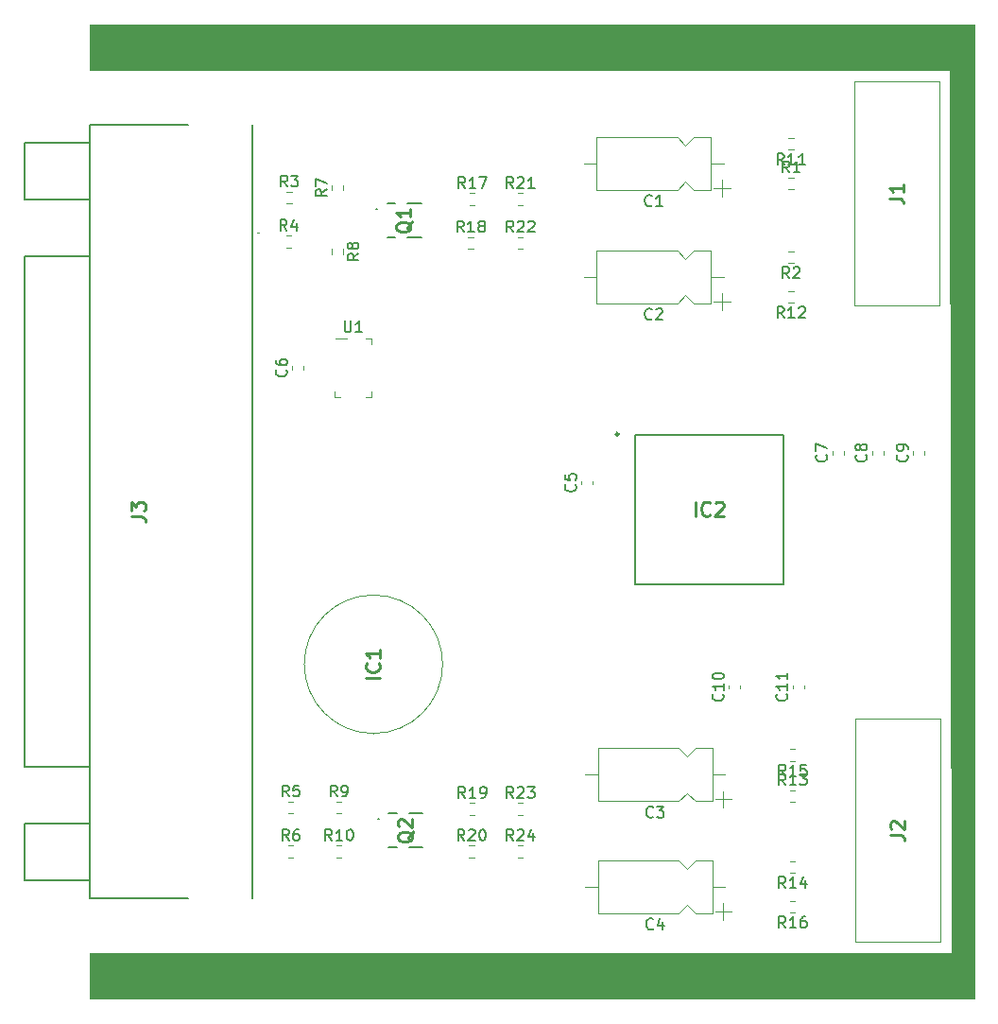
<source format=gbr>
%TF.GenerationSoftware,KiCad,Pcbnew,(5.1.10)-1*%
%TF.CreationDate,2021-11-30T13:01:00-06:00*%
%TF.ProjectId,Charges_KiCAD_Project,43686172-6765-4735-9f4b-694341445f50,rev?*%
%TF.SameCoordinates,Original*%
%TF.FileFunction,Legend,Top*%
%TF.FilePolarity,Positive*%
%FSLAX46Y46*%
G04 Gerber Fmt 4.6, Leading zero omitted, Abs format (unit mm)*
G04 Created by KiCad (PCBNEW (5.1.10)-1) date 2021-11-30 13:01:00*
%MOMM*%
%LPD*%
G01*
G04 APERTURE LIST*
%ADD10C,0.100000*%
%ADD11C,0.120000*%
%ADD12C,0.200000*%
%ADD13C,0.250000*%
%ADD14C,0.150000*%
%ADD15C,0.254000*%
G04 APERTURE END LIST*
D10*
G36*
X176149000Y-56515000D02*
G01*
X96901000Y-56515000D01*
X96901000Y-52451000D01*
X176149000Y-52451000D01*
X176149000Y-56515000D01*
G37*
X176149000Y-56515000D02*
X96901000Y-56515000D01*
X96901000Y-52451000D01*
X176149000Y-52451000D01*
X176149000Y-56515000D01*
G36*
X176149000Y-139700000D02*
G01*
X174117000Y-139700000D01*
X173990000Y-56515000D01*
X176149000Y-56515000D01*
X176149000Y-139700000D01*
G37*
X176149000Y-139700000D02*
X174117000Y-139700000D01*
X173990000Y-56515000D01*
X176149000Y-56515000D01*
X176149000Y-139700000D01*
G36*
X176149000Y-139700000D02*
G01*
X96901000Y-139700000D01*
X96901000Y-135636000D01*
X176149000Y-135636000D01*
X176149000Y-139700000D01*
G37*
X176149000Y-139700000D02*
X96901000Y-139700000D01*
X96901000Y-135636000D01*
X176149000Y-135636000D01*
X176149000Y-139700000D01*
D11*
X176149000Y-135636000D02*
X176149000Y-139700000D01*
X151765000Y-135636000D02*
X176149000Y-135636000D01*
X176149000Y-139700000D02*
X176149000Y-137668000D01*
X96901000Y-139700000D02*
X176149000Y-139700000D01*
%TO.C,U1*%
X118973000Y-80585000D02*
X119923000Y-80585000D01*
X118873000Y-85785000D02*
X118873000Y-85285000D01*
X119373000Y-85785000D02*
X118873000Y-85785000D01*
X122173000Y-85785000D02*
X121673000Y-85785000D01*
X122173000Y-85285000D02*
X122173000Y-85785000D01*
X122173000Y-80585000D02*
X122173000Y-81085000D01*
X121673000Y-80585000D02*
X122173000Y-80585000D01*
%TO.C,R24*%
X135271742Y-127014500D02*
X135746258Y-127014500D01*
X135271742Y-125969500D02*
X135746258Y-125969500D01*
%TO.C,R23*%
X135271742Y-123204500D02*
X135746258Y-123204500D01*
X135271742Y-122159500D02*
X135746258Y-122159500D01*
%TO.C,R22*%
X135271742Y-72531500D02*
X135746258Y-72531500D01*
X135271742Y-71486500D02*
X135746258Y-71486500D01*
%TO.C,R21*%
X135271742Y-68594500D02*
X135746258Y-68594500D01*
X135271742Y-67549500D02*
X135746258Y-67549500D01*
%TO.C,R20*%
X130890742Y-127014500D02*
X131365258Y-127014500D01*
X130890742Y-125969500D02*
X131365258Y-125969500D01*
%TO.C,R19*%
X130953742Y-123204500D02*
X131428258Y-123204500D01*
X130953742Y-122159500D02*
X131428258Y-122159500D01*
%TO.C,R18*%
X130826742Y-72531500D02*
X131301258Y-72531500D01*
X130826742Y-71486500D02*
X131301258Y-71486500D01*
%TO.C,R17*%
X130953742Y-68594500D02*
X131428258Y-68594500D01*
X130953742Y-67549500D02*
X131428258Y-67549500D01*
%TO.C,R16*%
X160130258Y-130922500D02*
X159655742Y-130922500D01*
X160130258Y-131967500D02*
X159655742Y-131967500D01*
%TO.C,R15*%
X160130258Y-117333500D02*
X159655742Y-117333500D01*
X160130258Y-118378500D02*
X159655742Y-118378500D01*
%TO.C,R14*%
X160130258Y-127366500D02*
X159655742Y-127366500D01*
X160130258Y-128411500D02*
X159655742Y-128411500D01*
%TO.C,R13*%
X159655742Y-122061500D02*
X160130258Y-122061500D01*
X159655742Y-121016500D02*
X160130258Y-121016500D01*
%TO.C,R12*%
X160003258Y-76312500D02*
X159528742Y-76312500D01*
X160003258Y-77357500D02*
X159528742Y-77357500D01*
%TO.C,R11*%
X160003258Y-62596500D02*
X159528742Y-62596500D01*
X160003258Y-63641500D02*
X159528742Y-63641500D01*
%TO.C,R10*%
X119015742Y-127014500D02*
X119490258Y-127014500D01*
X119015742Y-125969500D02*
X119490258Y-125969500D01*
%TO.C,R9*%
X119015742Y-123077500D02*
X119490258Y-123077500D01*
X119015742Y-122032500D02*
X119490258Y-122032500D01*
%TO.C,R8*%
X118603500Y-72533742D02*
X118603500Y-73008258D01*
X119648500Y-72533742D02*
X119648500Y-73008258D01*
%TO.C,R7*%
X119648500Y-67293258D02*
X119648500Y-66818742D01*
X118603500Y-67293258D02*
X118603500Y-66818742D01*
%TO.C,R6*%
X114697742Y-127014500D02*
X115172258Y-127014500D01*
X114697742Y-125969500D02*
X115172258Y-125969500D01*
%TO.C,R5*%
X114697742Y-123077500D02*
X115172258Y-123077500D01*
X114697742Y-122032500D02*
X115172258Y-122032500D01*
%TO.C,R4*%
X114507742Y-72404500D02*
X114982258Y-72404500D01*
X114507742Y-71359500D02*
X114982258Y-71359500D01*
%TO.C,R3*%
X114570742Y-67422500D02*
X115045258Y-67422500D01*
X114570742Y-68467500D02*
X115045258Y-68467500D01*
%TO.C,R2*%
X160003258Y-72756500D02*
X159528742Y-72756500D01*
X160003258Y-73801500D02*
X159528742Y-73801500D01*
%TO.C,R1*%
X159528742Y-67197500D02*
X160003258Y-67197500D01*
X159528742Y-66152500D02*
X160003258Y-66152500D01*
D12*
%TO.C,Q2*%
X122822000Y-123612000D02*
X122822000Y-123612000D01*
X122722000Y-123612000D02*
X122722000Y-123612000D01*
X122822000Y-123612000D02*
X122822000Y-123612000D01*
X124422000Y-123062000D02*
X123697000Y-123062000D01*
X124422000Y-126112000D02*
X123697000Y-126112000D01*
X126747000Y-126112000D02*
X125522000Y-126112000D01*
X126747000Y-123062000D02*
X125522000Y-123062000D01*
X122722000Y-123612000D02*
G75*
G02*
X122822000Y-123612000I50000J0D01*
G01*
X122822000Y-123612000D02*
G75*
G02*
X122722000Y-123612000I-50000J0D01*
G01*
X122722000Y-123612000D02*
G75*
G02*
X122822000Y-123612000I50000J0D01*
G01*
%TO.C,Q1*%
X122695000Y-69002000D02*
X122695000Y-69002000D01*
X122595000Y-69002000D02*
X122595000Y-69002000D01*
X122695000Y-69002000D02*
X122695000Y-69002000D01*
X124295000Y-68452000D02*
X123570000Y-68452000D01*
X124295000Y-71502000D02*
X123570000Y-71502000D01*
X126620000Y-71502000D02*
X125395000Y-71502000D01*
X126620000Y-68452000D02*
X125395000Y-68452000D01*
X122595000Y-69002000D02*
G75*
G02*
X122695000Y-69002000I50000J0D01*
G01*
X122695000Y-69002000D02*
G75*
G02*
X122595000Y-69002000I-50000J0D01*
G01*
X122595000Y-69002000D02*
G75*
G02*
X122695000Y-69002000I50000J0D01*
G01*
D10*
%TO.C,J3*%
X111955000Y-71120000D02*
X111955000Y-71120000D01*
X112055000Y-71120000D02*
X112055000Y-71120000D01*
D12*
X111515000Y-61390000D02*
X111515000Y-130710000D01*
X96915000Y-61390000D02*
X105715000Y-61390000D01*
X96915000Y-130710000D02*
X96915000Y-61390000D01*
X105715000Y-130710000D02*
X96915000Y-130710000D01*
X91115000Y-129070000D02*
X96915000Y-129070000D01*
X91115000Y-123990000D02*
X91115000Y-129070000D01*
X96915000Y-123990000D02*
X91115000Y-123990000D01*
X91115000Y-118910000D02*
X96915000Y-118910000D01*
X91115000Y-73190000D02*
X91115000Y-118910000D01*
X96915000Y-73190000D02*
X91115000Y-73190000D01*
X91115000Y-68110000D02*
X96915000Y-68110000D01*
X91115000Y-63030000D02*
X91115000Y-68110000D01*
X96915000Y-63030000D02*
X91115000Y-63030000D01*
D10*
X112055000Y-71120000D02*
G75*
G02*
X111955000Y-71120000I-50000J0D01*
G01*
X111955000Y-71120000D02*
G75*
G02*
X112055000Y-71120000I50000J0D01*
G01*
%TO.C,J2*%
X165537000Y-114594000D02*
X173137000Y-114594000D01*
X165537000Y-134594000D02*
X165537000Y-114594000D01*
X173137000Y-134594000D02*
X165537000Y-134594000D01*
X173137000Y-114594000D02*
X173137000Y-134594000D01*
%TO.C,J1*%
X165410000Y-57571000D02*
X173010000Y-57571000D01*
X165410000Y-77571000D02*
X165410000Y-57571000D01*
X173010000Y-77571000D02*
X165410000Y-77571000D01*
X173010000Y-57571000D02*
X173010000Y-77571000D01*
D13*
%TO.C,IC2*%
X144300000Y-89135000D02*
G75*
G03*
X144300000Y-89135000I-125000J0D01*
G01*
D12*
X145750000Y-102535000D02*
X145750000Y-89235000D01*
X159050000Y-102535000D02*
X145750000Y-102535000D01*
X159050000Y-89235000D02*
X159050000Y-102535000D01*
X145750000Y-89235000D02*
X159050000Y-89235000D01*
D10*
%TO.C,IC1*%
X122341000Y-115928000D02*
X122341000Y-115928000D01*
X122341000Y-103528000D02*
X122341000Y-103528000D01*
X122341000Y-103528000D02*
G75*
G02*
X122341000Y-115928000I0J-6200000D01*
G01*
X122341000Y-115928000D02*
G75*
G02*
X122341000Y-103528000I0J6200000D01*
G01*
D11*
%TO.C,C11*%
X160911000Y-111900580D02*
X160911000Y-111619420D01*
X159891000Y-111900580D02*
X159891000Y-111619420D01*
%TO.C,C10*%
X155196000Y-111900580D02*
X155196000Y-111619420D01*
X154176000Y-111900580D02*
X154176000Y-111619420D01*
%TO.C,C9*%
X171706000Y-90958580D02*
X171706000Y-90677420D01*
X170686000Y-90958580D02*
X170686000Y-90677420D01*
%TO.C,C8*%
X168023000Y-90945580D02*
X168023000Y-90664420D01*
X167003000Y-90945580D02*
X167003000Y-90664420D01*
%TO.C,C7*%
X164467000Y-90958580D02*
X164467000Y-90677420D01*
X163447000Y-90958580D02*
X163447000Y-90677420D01*
%TO.C,C6*%
X116080000Y-83325580D02*
X116080000Y-83044420D01*
X115060000Y-83325580D02*
X115060000Y-83044420D01*
%TO.C,C5*%
X141988000Y-93612580D02*
X141988000Y-93331420D01*
X140968000Y-93612580D02*
X140968000Y-93331420D01*
%TO.C,C4*%
X141307000Y-129667000D02*
X142447000Y-129667000D01*
X153827000Y-129667000D02*
X152687000Y-129667000D01*
X149687000Y-127297000D02*
X142447000Y-127297000D01*
X150437000Y-128047000D02*
X149687000Y-127297000D01*
X151187000Y-127297000D02*
X150437000Y-128047000D01*
X152687000Y-127297000D02*
X151187000Y-127297000D01*
X149687000Y-132037000D02*
X142447000Y-132037000D01*
X150437000Y-131287000D02*
X149687000Y-132037000D01*
X151187000Y-132037000D02*
X150437000Y-131287000D01*
X152687000Y-132037000D02*
X151187000Y-132037000D01*
X142447000Y-132037000D02*
X142447000Y-127297000D01*
X152687000Y-132037000D02*
X152687000Y-127297000D01*
X153687000Y-132617000D02*
X153687000Y-131117000D01*
X154437000Y-131867000D02*
X152937000Y-131867000D01*
%TO.C,C3*%
X141307000Y-119634000D02*
X142447000Y-119634000D01*
X153827000Y-119634000D02*
X152687000Y-119634000D01*
X149687000Y-117264000D02*
X142447000Y-117264000D01*
X150437000Y-118014000D02*
X149687000Y-117264000D01*
X151187000Y-117264000D02*
X150437000Y-118014000D01*
X152687000Y-117264000D02*
X151187000Y-117264000D01*
X149687000Y-122004000D02*
X142447000Y-122004000D01*
X150437000Y-121254000D02*
X149687000Y-122004000D01*
X151187000Y-122004000D02*
X150437000Y-121254000D01*
X152687000Y-122004000D02*
X151187000Y-122004000D01*
X142447000Y-122004000D02*
X142447000Y-117264000D01*
X152687000Y-122004000D02*
X152687000Y-117264000D01*
X153687000Y-122584000D02*
X153687000Y-121084000D01*
X154437000Y-121834000D02*
X152937000Y-121834000D01*
%TO.C,C2*%
X141180000Y-75057000D02*
X142320000Y-75057000D01*
X153700000Y-75057000D02*
X152560000Y-75057000D01*
X149560000Y-72687000D02*
X142320000Y-72687000D01*
X150310000Y-73437000D02*
X149560000Y-72687000D01*
X151060000Y-72687000D02*
X150310000Y-73437000D01*
X152560000Y-72687000D02*
X151060000Y-72687000D01*
X149560000Y-77427000D02*
X142320000Y-77427000D01*
X150310000Y-76677000D02*
X149560000Y-77427000D01*
X151060000Y-77427000D02*
X150310000Y-76677000D01*
X152560000Y-77427000D02*
X151060000Y-77427000D01*
X142320000Y-77427000D02*
X142320000Y-72687000D01*
X152560000Y-77427000D02*
X152560000Y-72687000D01*
X153560000Y-78007000D02*
X153560000Y-76507000D01*
X154310000Y-77257000D02*
X152810000Y-77257000D01*
%TO.C,C1*%
X141180000Y-64897000D02*
X142320000Y-64897000D01*
X153700000Y-64897000D02*
X152560000Y-64897000D01*
X149560000Y-62527000D02*
X142320000Y-62527000D01*
X150310000Y-63277000D02*
X149560000Y-62527000D01*
X151060000Y-62527000D02*
X150310000Y-63277000D01*
X152560000Y-62527000D02*
X151060000Y-62527000D01*
X149560000Y-67267000D02*
X142320000Y-67267000D01*
X150310000Y-66517000D02*
X149560000Y-67267000D01*
X151060000Y-67267000D02*
X150310000Y-66517000D01*
X152560000Y-67267000D02*
X151060000Y-67267000D01*
X142320000Y-67267000D02*
X142320000Y-62527000D01*
X152560000Y-67267000D02*
X152560000Y-62527000D01*
X153560000Y-67847000D02*
X153560000Y-66347000D01*
X154310000Y-67097000D02*
X152810000Y-67097000D01*
%TO.C,U1*%
D14*
X119761095Y-78987380D02*
X119761095Y-79796904D01*
X119808714Y-79892142D01*
X119856333Y-79939761D01*
X119951571Y-79987380D01*
X120142047Y-79987380D01*
X120237285Y-79939761D01*
X120284904Y-79892142D01*
X120332523Y-79796904D01*
X120332523Y-78987380D01*
X121332523Y-79987380D02*
X120761095Y-79987380D01*
X121046809Y-79987380D02*
X121046809Y-78987380D01*
X120951571Y-79130238D01*
X120856333Y-79225476D01*
X120761095Y-79273095D01*
%TO.C,R24*%
X134866142Y-125514380D02*
X134532809Y-125038190D01*
X134294714Y-125514380D02*
X134294714Y-124514380D01*
X134675666Y-124514380D01*
X134770904Y-124562000D01*
X134818523Y-124609619D01*
X134866142Y-124704857D01*
X134866142Y-124847714D01*
X134818523Y-124942952D01*
X134770904Y-124990571D01*
X134675666Y-125038190D01*
X134294714Y-125038190D01*
X135247095Y-124609619D02*
X135294714Y-124562000D01*
X135389952Y-124514380D01*
X135628047Y-124514380D01*
X135723285Y-124562000D01*
X135770904Y-124609619D01*
X135818523Y-124704857D01*
X135818523Y-124800095D01*
X135770904Y-124942952D01*
X135199476Y-125514380D01*
X135818523Y-125514380D01*
X136675666Y-124847714D02*
X136675666Y-125514380D01*
X136437571Y-124466761D02*
X136199476Y-125181047D01*
X136818523Y-125181047D01*
%TO.C,R23*%
X134866142Y-121704380D02*
X134532809Y-121228190D01*
X134294714Y-121704380D02*
X134294714Y-120704380D01*
X134675666Y-120704380D01*
X134770904Y-120752000D01*
X134818523Y-120799619D01*
X134866142Y-120894857D01*
X134866142Y-121037714D01*
X134818523Y-121132952D01*
X134770904Y-121180571D01*
X134675666Y-121228190D01*
X134294714Y-121228190D01*
X135247095Y-120799619D02*
X135294714Y-120752000D01*
X135389952Y-120704380D01*
X135628047Y-120704380D01*
X135723285Y-120752000D01*
X135770904Y-120799619D01*
X135818523Y-120894857D01*
X135818523Y-120990095D01*
X135770904Y-121132952D01*
X135199476Y-121704380D01*
X135818523Y-121704380D01*
X136151857Y-120704380D02*
X136770904Y-120704380D01*
X136437571Y-121085333D01*
X136580428Y-121085333D01*
X136675666Y-121132952D01*
X136723285Y-121180571D01*
X136770904Y-121275809D01*
X136770904Y-121513904D01*
X136723285Y-121609142D01*
X136675666Y-121656761D01*
X136580428Y-121704380D01*
X136294714Y-121704380D01*
X136199476Y-121656761D01*
X136151857Y-121609142D01*
%TO.C,R22*%
X134866142Y-71031380D02*
X134532809Y-70555190D01*
X134294714Y-71031380D02*
X134294714Y-70031380D01*
X134675666Y-70031380D01*
X134770904Y-70079000D01*
X134818523Y-70126619D01*
X134866142Y-70221857D01*
X134866142Y-70364714D01*
X134818523Y-70459952D01*
X134770904Y-70507571D01*
X134675666Y-70555190D01*
X134294714Y-70555190D01*
X135247095Y-70126619D02*
X135294714Y-70079000D01*
X135389952Y-70031380D01*
X135628047Y-70031380D01*
X135723285Y-70079000D01*
X135770904Y-70126619D01*
X135818523Y-70221857D01*
X135818523Y-70317095D01*
X135770904Y-70459952D01*
X135199476Y-71031380D01*
X135818523Y-71031380D01*
X136199476Y-70126619D02*
X136247095Y-70079000D01*
X136342333Y-70031380D01*
X136580428Y-70031380D01*
X136675666Y-70079000D01*
X136723285Y-70126619D01*
X136770904Y-70221857D01*
X136770904Y-70317095D01*
X136723285Y-70459952D01*
X136151857Y-71031380D01*
X136770904Y-71031380D01*
%TO.C,R21*%
X134866142Y-67094380D02*
X134532809Y-66618190D01*
X134294714Y-67094380D02*
X134294714Y-66094380D01*
X134675666Y-66094380D01*
X134770904Y-66142000D01*
X134818523Y-66189619D01*
X134866142Y-66284857D01*
X134866142Y-66427714D01*
X134818523Y-66522952D01*
X134770904Y-66570571D01*
X134675666Y-66618190D01*
X134294714Y-66618190D01*
X135247095Y-66189619D02*
X135294714Y-66142000D01*
X135389952Y-66094380D01*
X135628047Y-66094380D01*
X135723285Y-66142000D01*
X135770904Y-66189619D01*
X135818523Y-66284857D01*
X135818523Y-66380095D01*
X135770904Y-66522952D01*
X135199476Y-67094380D01*
X135818523Y-67094380D01*
X136770904Y-67094380D02*
X136199476Y-67094380D01*
X136485190Y-67094380D02*
X136485190Y-66094380D01*
X136389952Y-66237238D01*
X136294714Y-66332476D01*
X136199476Y-66380095D01*
%TO.C,R20*%
X130485142Y-125514380D02*
X130151809Y-125038190D01*
X129913714Y-125514380D02*
X129913714Y-124514380D01*
X130294666Y-124514380D01*
X130389904Y-124562000D01*
X130437523Y-124609619D01*
X130485142Y-124704857D01*
X130485142Y-124847714D01*
X130437523Y-124942952D01*
X130389904Y-124990571D01*
X130294666Y-125038190D01*
X129913714Y-125038190D01*
X130866095Y-124609619D02*
X130913714Y-124562000D01*
X131008952Y-124514380D01*
X131247047Y-124514380D01*
X131342285Y-124562000D01*
X131389904Y-124609619D01*
X131437523Y-124704857D01*
X131437523Y-124800095D01*
X131389904Y-124942952D01*
X130818476Y-125514380D01*
X131437523Y-125514380D01*
X132056571Y-124514380D02*
X132151809Y-124514380D01*
X132247047Y-124562000D01*
X132294666Y-124609619D01*
X132342285Y-124704857D01*
X132389904Y-124895333D01*
X132389904Y-125133428D01*
X132342285Y-125323904D01*
X132294666Y-125419142D01*
X132247047Y-125466761D01*
X132151809Y-125514380D01*
X132056571Y-125514380D01*
X131961333Y-125466761D01*
X131913714Y-125419142D01*
X131866095Y-125323904D01*
X131818476Y-125133428D01*
X131818476Y-124895333D01*
X131866095Y-124704857D01*
X131913714Y-124609619D01*
X131961333Y-124562000D01*
X132056571Y-124514380D01*
%TO.C,R19*%
X130548142Y-121704380D02*
X130214809Y-121228190D01*
X129976714Y-121704380D02*
X129976714Y-120704380D01*
X130357666Y-120704380D01*
X130452904Y-120752000D01*
X130500523Y-120799619D01*
X130548142Y-120894857D01*
X130548142Y-121037714D01*
X130500523Y-121132952D01*
X130452904Y-121180571D01*
X130357666Y-121228190D01*
X129976714Y-121228190D01*
X131500523Y-121704380D02*
X130929095Y-121704380D01*
X131214809Y-121704380D02*
X131214809Y-120704380D01*
X131119571Y-120847238D01*
X131024333Y-120942476D01*
X130929095Y-120990095D01*
X131976714Y-121704380D02*
X132167190Y-121704380D01*
X132262428Y-121656761D01*
X132310047Y-121609142D01*
X132405285Y-121466285D01*
X132452904Y-121275809D01*
X132452904Y-120894857D01*
X132405285Y-120799619D01*
X132357666Y-120752000D01*
X132262428Y-120704380D01*
X132071952Y-120704380D01*
X131976714Y-120752000D01*
X131929095Y-120799619D01*
X131881476Y-120894857D01*
X131881476Y-121132952D01*
X131929095Y-121228190D01*
X131976714Y-121275809D01*
X132071952Y-121323428D01*
X132262428Y-121323428D01*
X132357666Y-121275809D01*
X132405285Y-121228190D01*
X132452904Y-121132952D01*
%TO.C,R18*%
X130421142Y-71031380D02*
X130087809Y-70555190D01*
X129849714Y-71031380D02*
X129849714Y-70031380D01*
X130230666Y-70031380D01*
X130325904Y-70079000D01*
X130373523Y-70126619D01*
X130421142Y-70221857D01*
X130421142Y-70364714D01*
X130373523Y-70459952D01*
X130325904Y-70507571D01*
X130230666Y-70555190D01*
X129849714Y-70555190D01*
X131373523Y-71031380D02*
X130802095Y-71031380D01*
X131087809Y-71031380D02*
X131087809Y-70031380D01*
X130992571Y-70174238D01*
X130897333Y-70269476D01*
X130802095Y-70317095D01*
X131944952Y-70459952D02*
X131849714Y-70412333D01*
X131802095Y-70364714D01*
X131754476Y-70269476D01*
X131754476Y-70221857D01*
X131802095Y-70126619D01*
X131849714Y-70079000D01*
X131944952Y-70031380D01*
X132135428Y-70031380D01*
X132230666Y-70079000D01*
X132278285Y-70126619D01*
X132325904Y-70221857D01*
X132325904Y-70269476D01*
X132278285Y-70364714D01*
X132230666Y-70412333D01*
X132135428Y-70459952D01*
X131944952Y-70459952D01*
X131849714Y-70507571D01*
X131802095Y-70555190D01*
X131754476Y-70650428D01*
X131754476Y-70840904D01*
X131802095Y-70936142D01*
X131849714Y-70983761D01*
X131944952Y-71031380D01*
X132135428Y-71031380D01*
X132230666Y-70983761D01*
X132278285Y-70936142D01*
X132325904Y-70840904D01*
X132325904Y-70650428D01*
X132278285Y-70555190D01*
X132230666Y-70507571D01*
X132135428Y-70459952D01*
%TO.C,R17*%
X130548142Y-67094380D02*
X130214809Y-66618190D01*
X129976714Y-67094380D02*
X129976714Y-66094380D01*
X130357666Y-66094380D01*
X130452904Y-66142000D01*
X130500523Y-66189619D01*
X130548142Y-66284857D01*
X130548142Y-66427714D01*
X130500523Y-66522952D01*
X130452904Y-66570571D01*
X130357666Y-66618190D01*
X129976714Y-66618190D01*
X131500523Y-67094380D02*
X130929095Y-67094380D01*
X131214809Y-67094380D02*
X131214809Y-66094380D01*
X131119571Y-66237238D01*
X131024333Y-66332476D01*
X130929095Y-66380095D01*
X131833857Y-66094380D02*
X132500523Y-66094380D01*
X132071952Y-67094380D01*
%TO.C,R16*%
X159250142Y-133327380D02*
X158916809Y-132851190D01*
X158678714Y-133327380D02*
X158678714Y-132327380D01*
X159059666Y-132327380D01*
X159154904Y-132375000D01*
X159202523Y-132422619D01*
X159250142Y-132517857D01*
X159250142Y-132660714D01*
X159202523Y-132755952D01*
X159154904Y-132803571D01*
X159059666Y-132851190D01*
X158678714Y-132851190D01*
X160202523Y-133327380D02*
X159631095Y-133327380D01*
X159916809Y-133327380D02*
X159916809Y-132327380D01*
X159821571Y-132470238D01*
X159726333Y-132565476D01*
X159631095Y-132613095D01*
X161059666Y-132327380D02*
X160869190Y-132327380D01*
X160773952Y-132375000D01*
X160726333Y-132422619D01*
X160631095Y-132565476D01*
X160583476Y-132755952D01*
X160583476Y-133136904D01*
X160631095Y-133232142D01*
X160678714Y-133279761D01*
X160773952Y-133327380D01*
X160964428Y-133327380D01*
X161059666Y-133279761D01*
X161107285Y-133232142D01*
X161154904Y-133136904D01*
X161154904Y-132898809D01*
X161107285Y-132803571D01*
X161059666Y-132755952D01*
X160964428Y-132708333D01*
X160773952Y-132708333D01*
X160678714Y-132755952D01*
X160631095Y-132803571D01*
X160583476Y-132898809D01*
%TO.C,R15*%
X159250142Y-119738380D02*
X158916809Y-119262190D01*
X158678714Y-119738380D02*
X158678714Y-118738380D01*
X159059666Y-118738380D01*
X159154904Y-118786000D01*
X159202523Y-118833619D01*
X159250142Y-118928857D01*
X159250142Y-119071714D01*
X159202523Y-119166952D01*
X159154904Y-119214571D01*
X159059666Y-119262190D01*
X158678714Y-119262190D01*
X160202523Y-119738380D02*
X159631095Y-119738380D01*
X159916809Y-119738380D02*
X159916809Y-118738380D01*
X159821571Y-118881238D01*
X159726333Y-118976476D01*
X159631095Y-119024095D01*
X161107285Y-118738380D02*
X160631095Y-118738380D01*
X160583476Y-119214571D01*
X160631095Y-119166952D01*
X160726333Y-119119333D01*
X160964428Y-119119333D01*
X161059666Y-119166952D01*
X161107285Y-119214571D01*
X161154904Y-119309809D01*
X161154904Y-119547904D01*
X161107285Y-119643142D01*
X161059666Y-119690761D01*
X160964428Y-119738380D01*
X160726333Y-119738380D01*
X160631095Y-119690761D01*
X160583476Y-119643142D01*
%TO.C,R14*%
X159250142Y-129771380D02*
X158916809Y-129295190D01*
X158678714Y-129771380D02*
X158678714Y-128771380D01*
X159059666Y-128771380D01*
X159154904Y-128819000D01*
X159202523Y-128866619D01*
X159250142Y-128961857D01*
X159250142Y-129104714D01*
X159202523Y-129199952D01*
X159154904Y-129247571D01*
X159059666Y-129295190D01*
X158678714Y-129295190D01*
X160202523Y-129771380D02*
X159631095Y-129771380D01*
X159916809Y-129771380D02*
X159916809Y-128771380D01*
X159821571Y-128914238D01*
X159726333Y-129009476D01*
X159631095Y-129057095D01*
X161059666Y-129104714D02*
X161059666Y-129771380D01*
X160821571Y-128723761D02*
X160583476Y-129438047D01*
X161202523Y-129438047D01*
%TO.C,R13*%
X159250142Y-120561380D02*
X158916809Y-120085190D01*
X158678714Y-120561380D02*
X158678714Y-119561380D01*
X159059666Y-119561380D01*
X159154904Y-119609000D01*
X159202523Y-119656619D01*
X159250142Y-119751857D01*
X159250142Y-119894714D01*
X159202523Y-119989952D01*
X159154904Y-120037571D01*
X159059666Y-120085190D01*
X158678714Y-120085190D01*
X160202523Y-120561380D02*
X159631095Y-120561380D01*
X159916809Y-120561380D02*
X159916809Y-119561380D01*
X159821571Y-119704238D01*
X159726333Y-119799476D01*
X159631095Y-119847095D01*
X160535857Y-119561380D02*
X161154904Y-119561380D01*
X160821571Y-119942333D01*
X160964428Y-119942333D01*
X161059666Y-119989952D01*
X161107285Y-120037571D01*
X161154904Y-120132809D01*
X161154904Y-120370904D01*
X161107285Y-120466142D01*
X161059666Y-120513761D01*
X160964428Y-120561380D01*
X160678714Y-120561380D01*
X160583476Y-120513761D01*
X160535857Y-120466142D01*
%TO.C,R12*%
X159123142Y-78717380D02*
X158789809Y-78241190D01*
X158551714Y-78717380D02*
X158551714Y-77717380D01*
X158932666Y-77717380D01*
X159027904Y-77765000D01*
X159075523Y-77812619D01*
X159123142Y-77907857D01*
X159123142Y-78050714D01*
X159075523Y-78145952D01*
X159027904Y-78193571D01*
X158932666Y-78241190D01*
X158551714Y-78241190D01*
X160075523Y-78717380D02*
X159504095Y-78717380D01*
X159789809Y-78717380D02*
X159789809Y-77717380D01*
X159694571Y-77860238D01*
X159599333Y-77955476D01*
X159504095Y-78003095D01*
X160456476Y-77812619D02*
X160504095Y-77765000D01*
X160599333Y-77717380D01*
X160837428Y-77717380D01*
X160932666Y-77765000D01*
X160980285Y-77812619D01*
X161027904Y-77907857D01*
X161027904Y-78003095D01*
X160980285Y-78145952D01*
X160408857Y-78717380D01*
X161027904Y-78717380D01*
%TO.C,R11*%
X159123142Y-65001380D02*
X158789809Y-64525190D01*
X158551714Y-65001380D02*
X158551714Y-64001380D01*
X158932666Y-64001380D01*
X159027904Y-64049000D01*
X159075523Y-64096619D01*
X159123142Y-64191857D01*
X159123142Y-64334714D01*
X159075523Y-64429952D01*
X159027904Y-64477571D01*
X158932666Y-64525190D01*
X158551714Y-64525190D01*
X160075523Y-65001380D02*
X159504095Y-65001380D01*
X159789809Y-65001380D02*
X159789809Y-64001380D01*
X159694571Y-64144238D01*
X159599333Y-64239476D01*
X159504095Y-64287095D01*
X161027904Y-65001380D02*
X160456476Y-65001380D01*
X160742190Y-65001380D02*
X160742190Y-64001380D01*
X160646952Y-64144238D01*
X160551714Y-64239476D01*
X160456476Y-64287095D01*
%TO.C,R10*%
X118610142Y-125514380D02*
X118276809Y-125038190D01*
X118038714Y-125514380D02*
X118038714Y-124514380D01*
X118419666Y-124514380D01*
X118514904Y-124562000D01*
X118562523Y-124609619D01*
X118610142Y-124704857D01*
X118610142Y-124847714D01*
X118562523Y-124942952D01*
X118514904Y-124990571D01*
X118419666Y-125038190D01*
X118038714Y-125038190D01*
X119562523Y-125514380D02*
X118991095Y-125514380D01*
X119276809Y-125514380D02*
X119276809Y-124514380D01*
X119181571Y-124657238D01*
X119086333Y-124752476D01*
X118991095Y-124800095D01*
X120181571Y-124514380D02*
X120276809Y-124514380D01*
X120372047Y-124562000D01*
X120419666Y-124609619D01*
X120467285Y-124704857D01*
X120514904Y-124895333D01*
X120514904Y-125133428D01*
X120467285Y-125323904D01*
X120419666Y-125419142D01*
X120372047Y-125466761D01*
X120276809Y-125514380D01*
X120181571Y-125514380D01*
X120086333Y-125466761D01*
X120038714Y-125419142D01*
X119991095Y-125323904D01*
X119943476Y-125133428D01*
X119943476Y-124895333D01*
X119991095Y-124704857D01*
X120038714Y-124609619D01*
X120086333Y-124562000D01*
X120181571Y-124514380D01*
%TO.C,R9*%
X119086333Y-121577380D02*
X118753000Y-121101190D01*
X118514904Y-121577380D02*
X118514904Y-120577380D01*
X118895857Y-120577380D01*
X118991095Y-120625000D01*
X119038714Y-120672619D01*
X119086333Y-120767857D01*
X119086333Y-120910714D01*
X119038714Y-121005952D01*
X118991095Y-121053571D01*
X118895857Y-121101190D01*
X118514904Y-121101190D01*
X119562523Y-121577380D02*
X119753000Y-121577380D01*
X119848238Y-121529761D01*
X119895857Y-121482142D01*
X119991095Y-121339285D01*
X120038714Y-121148809D01*
X120038714Y-120767857D01*
X119991095Y-120672619D01*
X119943476Y-120625000D01*
X119848238Y-120577380D01*
X119657761Y-120577380D01*
X119562523Y-120625000D01*
X119514904Y-120672619D01*
X119467285Y-120767857D01*
X119467285Y-121005952D01*
X119514904Y-121101190D01*
X119562523Y-121148809D01*
X119657761Y-121196428D01*
X119848238Y-121196428D01*
X119943476Y-121148809D01*
X119991095Y-121101190D01*
X120038714Y-121005952D01*
%TO.C,R8*%
X121008380Y-72937666D02*
X120532190Y-73271000D01*
X121008380Y-73509095D02*
X120008380Y-73509095D01*
X120008380Y-73128142D01*
X120056000Y-73032904D01*
X120103619Y-72985285D01*
X120198857Y-72937666D01*
X120341714Y-72937666D01*
X120436952Y-72985285D01*
X120484571Y-73032904D01*
X120532190Y-73128142D01*
X120532190Y-73509095D01*
X120436952Y-72366238D02*
X120389333Y-72461476D01*
X120341714Y-72509095D01*
X120246476Y-72556714D01*
X120198857Y-72556714D01*
X120103619Y-72509095D01*
X120056000Y-72461476D01*
X120008380Y-72366238D01*
X120008380Y-72175761D01*
X120056000Y-72080523D01*
X120103619Y-72032904D01*
X120198857Y-71985285D01*
X120246476Y-71985285D01*
X120341714Y-72032904D01*
X120389333Y-72080523D01*
X120436952Y-72175761D01*
X120436952Y-72366238D01*
X120484571Y-72461476D01*
X120532190Y-72509095D01*
X120627428Y-72556714D01*
X120817904Y-72556714D01*
X120913142Y-72509095D01*
X120960761Y-72461476D01*
X121008380Y-72366238D01*
X121008380Y-72175761D01*
X120960761Y-72080523D01*
X120913142Y-72032904D01*
X120817904Y-71985285D01*
X120627428Y-71985285D01*
X120532190Y-72032904D01*
X120484571Y-72080523D01*
X120436952Y-72175761D01*
%TO.C,R7*%
X118148380Y-67222666D02*
X117672190Y-67556000D01*
X118148380Y-67794095D02*
X117148380Y-67794095D01*
X117148380Y-67413142D01*
X117196000Y-67317904D01*
X117243619Y-67270285D01*
X117338857Y-67222666D01*
X117481714Y-67222666D01*
X117576952Y-67270285D01*
X117624571Y-67317904D01*
X117672190Y-67413142D01*
X117672190Y-67794095D01*
X117148380Y-66889333D02*
X117148380Y-66222666D01*
X118148380Y-66651238D01*
%TO.C,R6*%
X114768333Y-125514380D02*
X114435000Y-125038190D01*
X114196904Y-125514380D02*
X114196904Y-124514380D01*
X114577857Y-124514380D01*
X114673095Y-124562000D01*
X114720714Y-124609619D01*
X114768333Y-124704857D01*
X114768333Y-124847714D01*
X114720714Y-124942952D01*
X114673095Y-124990571D01*
X114577857Y-125038190D01*
X114196904Y-125038190D01*
X115625476Y-124514380D02*
X115435000Y-124514380D01*
X115339761Y-124562000D01*
X115292142Y-124609619D01*
X115196904Y-124752476D01*
X115149285Y-124942952D01*
X115149285Y-125323904D01*
X115196904Y-125419142D01*
X115244523Y-125466761D01*
X115339761Y-125514380D01*
X115530238Y-125514380D01*
X115625476Y-125466761D01*
X115673095Y-125419142D01*
X115720714Y-125323904D01*
X115720714Y-125085809D01*
X115673095Y-124990571D01*
X115625476Y-124942952D01*
X115530238Y-124895333D01*
X115339761Y-124895333D01*
X115244523Y-124942952D01*
X115196904Y-124990571D01*
X115149285Y-125085809D01*
%TO.C,R5*%
X114768333Y-121577380D02*
X114435000Y-121101190D01*
X114196904Y-121577380D02*
X114196904Y-120577380D01*
X114577857Y-120577380D01*
X114673095Y-120625000D01*
X114720714Y-120672619D01*
X114768333Y-120767857D01*
X114768333Y-120910714D01*
X114720714Y-121005952D01*
X114673095Y-121053571D01*
X114577857Y-121101190D01*
X114196904Y-121101190D01*
X115673095Y-120577380D02*
X115196904Y-120577380D01*
X115149285Y-121053571D01*
X115196904Y-121005952D01*
X115292142Y-120958333D01*
X115530238Y-120958333D01*
X115625476Y-121005952D01*
X115673095Y-121053571D01*
X115720714Y-121148809D01*
X115720714Y-121386904D01*
X115673095Y-121482142D01*
X115625476Y-121529761D01*
X115530238Y-121577380D01*
X115292142Y-121577380D01*
X115196904Y-121529761D01*
X115149285Y-121482142D01*
%TO.C,R4*%
X114578333Y-70904380D02*
X114245000Y-70428190D01*
X114006904Y-70904380D02*
X114006904Y-69904380D01*
X114387857Y-69904380D01*
X114483095Y-69952000D01*
X114530714Y-69999619D01*
X114578333Y-70094857D01*
X114578333Y-70237714D01*
X114530714Y-70332952D01*
X114483095Y-70380571D01*
X114387857Y-70428190D01*
X114006904Y-70428190D01*
X115435476Y-70237714D02*
X115435476Y-70904380D01*
X115197380Y-69856761D02*
X114959285Y-70571047D01*
X115578333Y-70571047D01*
%TO.C,R3*%
X114641333Y-66967380D02*
X114308000Y-66491190D01*
X114069904Y-66967380D02*
X114069904Y-65967380D01*
X114450857Y-65967380D01*
X114546095Y-66015000D01*
X114593714Y-66062619D01*
X114641333Y-66157857D01*
X114641333Y-66300714D01*
X114593714Y-66395952D01*
X114546095Y-66443571D01*
X114450857Y-66491190D01*
X114069904Y-66491190D01*
X114974666Y-65967380D02*
X115593714Y-65967380D01*
X115260380Y-66348333D01*
X115403238Y-66348333D01*
X115498476Y-66395952D01*
X115546095Y-66443571D01*
X115593714Y-66538809D01*
X115593714Y-66776904D01*
X115546095Y-66872142D01*
X115498476Y-66919761D01*
X115403238Y-66967380D01*
X115117523Y-66967380D01*
X115022285Y-66919761D01*
X114974666Y-66872142D01*
%TO.C,R2*%
X159599333Y-75161380D02*
X159266000Y-74685190D01*
X159027904Y-75161380D02*
X159027904Y-74161380D01*
X159408857Y-74161380D01*
X159504095Y-74209000D01*
X159551714Y-74256619D01*
X159599333Y-74351857D01*
X159599333Y-74494714D01*
X159551714Y-74589952D01*
X159504095Y-74637571D01*
X159408857Y-74685190D01*
X159027904Y-74685190D01*
X159980285Y-74256619D02*
X160027904Y-74209000D01*
X160123142Y-74161380D01*
X160361238Y-74161380D01*
X160456476Y-74209000D01*
X160504095Y-74256619D01*
X160551714Y-74351857D01*
X160551714Y-74447095D01*
X160504095Y-74589952D01*
X159932666Y-75161380D01*
X160551714Y-75161380D01*
%TO.C,R1*%
X159599333Y-65697380D02*
X159266000Y-65221190D01*
X159027904Y-65697380D02*
X159027904Y-64697380D01*
X159408857Y-64697380D01*
X159504095Y-64745000D01*
X159551714Y-64792619D01*
X159599333Y-64887857D01*
X159599333Y-65030714D01*
X159551714Y-65125952D01*
X159504095Y-65173571D01*
X159408857Y-65221190D01*
X159027904Y-65221190D01*
X160551714Y-65697380D02*
X159980285Y-65697380D01*
X160266000Y-65697380D02*
X160266000Y-64697380D01*
X160170761Y-64840238D01*
X160075523Y-64935476D01*
X159980285Y-64983095D01*
%TO.C,Q2*%
D15*
X125917476Y-124707952D02*
X125857000Y-124828904D01*
X125736047Y-124949857D01*
X125554619Y-125131285D01*
X125494142Y-125252238D01*
X125494142Y-125373190D01*
X125796523Y-125312714D02*
X125736047Y-125433666D01*
X125615095Y-125554619D01*
X125373190Y-125615095D01*
X124949857Y-125615095D01*
X124707952Y-125554619D01*
X124587000Y-125433666D01*
X124526523Y-125312714D01*
X124526523Y-125070809D01*
X124587000Y-124949857D01*
X124707952Y-124828904D01*
X124949857Y-124768428D01*
X125373190Y-124768428D01*
X125615095Y-124828904D01*
X125736047Y-124949857D01*
X125796523Y-125070809D01*
X125796523Y-125312714D01*
X124647476Y-124284619D02*
X124587000Y-124224142D01*
X124526523Y-124103190D01*
X124526523Y-123800809D01*
X124587000Y-123679857D01*
X124647476Y-123619380D01*
X124768428Y-123558904D01*
X124889380Y-123558904D01*
X125070809Y-123619380D01*
X125796523Y-124345095D01*
X125796523Y-123558904D01*
%TO.C,Q1*%
X125790476Y-70097952D02*
X125730000Y-70218904D01*
X125609047Y-70339857D01*
X125427619Y-70521285D01*
X125367142Y-70642238D01*
X125367142Y-70763190D01*
X125669523Y-70702714D02*
X125609047Y-70823666D01*
X125488095Y-70944619D01*
X125246190Y-71005095D01*
X124822857Y-71005095D01*
X124580952Y-70944619D01*
X124460000Y-70823666D01*
X124399523Y-70702714D01*
X124399523Y-70460809D01*
X124460000Y-70339857D01*
X124580952Y-70218904D01*
X124822857Y-70158428D01*
X125246190Y-70158428D01*
X125488095Y-70218904D01*
X125609047Y-70339857D01*
X125669523Y-70460809D01*
X125669523Y-70702714D01*
X125669523Y-68948904D02*
X125669523Y-69674619D01*
X125669523Y-69311761D02*
X124399523Y-69311761D01*
X124580952Y-69432714D01*
X124701904Y-69553666D01*
X124762380Y-69674619D01*
%TO.C,J3*%
X100619523Y-96473333D02*
X101526666Y-96473333D01*
X101708095Y-96533809D01*
X101829047Y-96654761D01*
X101889523Y-96836190D01*
X101889523Y-96957142D01*
X100619523Y-95989523D02*
X100619523Y-95203333D01*
X101103333Y-95626666D01*
X101103333Y-95445238D01*
X101163809Y-95324285D01*
X101224285Y-95263809D01*
X101345238Y-95203333D01*
X101647619Y-95203333D01*
X101768571Y-95263809D01*
X101829047Y-95324285D01*
X101889523Y-95445238D01*
X101889523Y-95808095D01*
X101829047Y-95929047D01*
X101768571Y-95989523D01*
%TO.C,J2*%
X168641523Y-125017333D02*
X169548666Y-125017333D01*
X169730095Y-125077809D01*
X169851047Y-125198761D01*
X169911523Y-125380190D01*
X169911523Y-125501142D01*
X168762476Y-124473047D02*
X168702000Y-124412571D01*
X168641523Y-124291619D01*
X168641523Y-123989238D01*
X168702000Y-123868285D01*
X168762476Y-123807809D01*
X168883428Y-123747333D01*
X169004380Y-123747333D01*
X169185809Y-123807809D01*
X169911523Y-124533523D01*
X169911523Y-123747333D01*
%TO.C,J1*%
X168514523Y-67994333D02*
X169421666Y-67994333D01*
X169603095Y-68054809D01*
X169724047Y-68175761D01*
X169784523Y-68357190D01*
X169784523Y-68478142D01*
X169784523Y-66724333D02*
X169784523Y-67450047D01*
X169784523Y-67087190D02*
X168514523Y-67087190D01*
X168695952Y-67208142D01*
X168816904Y-67329095D01*
X168877380Y-67450047D01*
%TO.C,IC2*%
X151160238Y-96459523D02*
X151160238Y-95189523D01*
X152490714Y-96338571D02*
X152430238Y-96399047D01*
X152248809Y-96459523D01*
X152127857Y-96459523D01*
X151946428Y-96399047D01*
X151825476Y-96278095D01*
X151765000Y-96157142D01*
X151704523Y-95915238D01*
X151704523Y-95733809D01*
X151765000Y-95491904D01*
X151825476Y-95370952D01*
X151946428Y-95250000D01*
X152127857Y-95189523D01*
X152248809Y-95189523D01*
X152430238Y-95250000D01*
X152490714Y-95310476D01*
X152974523Y-95310476D02*
X153035000Y-95250000D01*
X153155952Y-95189523D01*
X153458333Y-95189523D01*
X153579285Y-95250000D01*
X153639761Y-95310476D01*
X153700238Y-95431428D01*
X153700238Y-95552380D01*
X153639761Y-95733809D01*
X152914047Y-96459523D01*
X153700238Y-96459523D01*
%TO.C,IC1*%
X122915523Y-110967761D02*
X121645523Y-110967761D01*
X122794571Y-109637285D02*
X122855047Y-109697761D01*
X122915523Y-109879190D01*
X122915523Y-110000142D01*
X122855047Y-110181571D01*
X122734095Y-110302523D01*
X122613142Y-110363000D01*
X122371238Y-110423476D01*
X122189809Y-110423476D01*
X121947904Y-110363000D01*
X121826952Y-110302523D01*
X121706000Y-110181571D01*
X121645523Y-110000142D01*
X121645523Y-109879190D01*
X121706000Y-109697761D01*
X121766476Y-109637285D01*
X122915523Y-108427761D02*
X122915523Y-109153476D01*
X122915523Y-108790619D02*
X121645523Y-108790619D01*
X121826952Y-108911571D01*
X121947904Y-109032523D01*
X122008380Y-109153476D01*
%TO.C,C11*%
D14*
X159328142Y-112402857D02*
X159375761Y-112450476D01*
X159423380Y-112593333D01*
X159423380Y-112688571D01*
X159375761Y-112831428D01*
X159280523Y-112926666D01*
X159185285Y-112974285D01*
X158994809Y-113021904D01*
X158851952Y-113021904D01*
X158661476Y-112974285D01*
X158566238Y-112926666D01*
X158471000Y-112831428D01*
X158423380Y-112688571D01*
X158423380Y-112593333D01*
X158471000Y-112450476D01*
X158518619Y-112402857D01*
X159423380Y-111450476D02*
X159423380Y-112021904D01*
X159423380Y-111736190D02*
X158423380Y-111736190D01*
X158566238Y-111831428D01*
X158661476Y-111926666D01*
X158709095Y-112021904D01*
X159423380Y-110498095D02*
X159423380Y-111069523D01*
X159423380Y-110783809D02*
X158423380Y-110783809D01*
X158566238Y-110879047D01*
X158661476Y-110974285D01*
X158709095Y-111069523D01*
%TO.C,C10*%
X153613142Y-112402857D02*
X153660761Y-112450476D01*
X153708380Y-112593333D01*
X153708380Y-112688571D01*
X153660761Y-112831428D01*
X153565523Y-112926666D01*
X153470285Y-112974285D01*
X153279809Y-113021904D01*
X153136952Y-113021904D01*
X152946476Y-112974285D01*
X152851238Y-112926666D01*
X152756000Y-112831428D01*
X152708380Y-112688571D01*
X152708380Y-112593333D01*
X152756000Y-112450476D01*
X152803619Y-112402857D01*
X153708380Y-111450476D02*
X153708380Y-112021904D01*
X153708380Y-111736190D02*
X152708380Y-111736190D01*
X152851238Y-111831428D01*
X152946476Y-111926666D01*
X152994095Y-112021904D01*
X152708380Y-110831428D02*
X152708380Y-110736190D01*
X152756000Y-110640952D01*
X152803619Y-110593333D01*
X152898857Y-110545714D01*
X153089333Y-110498095D01*
X153327428Y-110498095D01*
X153517904Y-110545714D01*
X153613142Y-110593333D01*
X153660761Y-110640952D01*
X153708380Y-110736190D01*
X153708380Y-110831428D01*
X153660761Y-110926666D01*
X153613142Y-110974285D01*
X153517904Y-111021904D01*
X153327428Y-111069523D01*
X153089333Y-111069523D01*
X152898857Y-111021904D01*
X152803619Y-110974285D01*
X152756000Y-110926666D01*
X152708380Y-110831428D01*
%TO.C,C9*%
X170123142Y-90984666D02*
X170170761Y-91032285D01*
X170218380Y-91175142D01*
X170218380Y-91270380D01*
X170170761Y-91413238D01*
X170075523Y-91508476D01*
X169980285Y-91556095D01*
X169789809Y-91603714D01*
X169646952Y-91603714D01*
X169456476Y-91556095D01*
X169361238Y-91508476D01*
X169266000Y-91413238D01*
X169218380Y-91270380D01*
X169218380Y-91175142D01*
X169266000Y-91032285D01*
X169313619Y-90984666D01*
X170218380Y-90508476D02*
X170218380Y-90318000D01*
X170170761Y-90222761D01*
X170123142Y-90175142D01*
X169980285Y-90079904D01*
X169789809Y-90032285D01*
X169408857Y-90032285D01*
X169313619Y-90079904D01*
X169266000Y-90127523D01*
X169218380Y-90222761D01*
X169218380Y-90413238D01*
X169266000Y-90508476D01*
X169313619Y-90556095D01*
X169408857Y-90603714D01*
X169646952Y-90603714D01*
X169742190Y-90556095D01*
X169789809Y-90508476D01*
X169837428Y-90413238D01*
X169837428Y-90222761D01*
X169789809Y-90127523D01*
X169742190Y-90079904D01*
X169646952Y-90032285D01*
%TO.C,C8*%
X166440142Y-90971666D02*
X166487761Y-91019285D01*
X166535380Y-91162142D01*
X166535380Y-91257380D01*
X166487761Y-91400238D01*
X166392523Y-91495476D01*
X166297285Y-91543095D01*
X166106809Y-91590714D01*
X165963952Y-91590714D01*
X165773476Y-91543095D01*
X165678238Y-91495476D01*
X165583000Y-91400238D01*
X165535380Y-91257380D01*
X165535380Y-91162142D01*
X165583000Y-91019285D01*
X165630619Y-90971666D01*
X165963952Y-90400238D02*
X165916333Y-90495476D01*
X165868714Y-90543095D01*
X165773476Y-90590714D01*
X165725857Y-90590714D01*
X165630619Y-90543095D01*
X165583000Y-90495476D01*
X165535380Y-90400238D01*
X165535380Y-90209761D01*
X165583000Y-90114523D01*
X165630619Y-90066904D01*
X165725857Y-90019285D01*
X165773476Y-90019285D01*
X165868714Y-90066904D01*
X165916333Y-90114523D01*
X165963952Y-90209761D01*
X165963952Y-90400238D01*
X166011571Y-90495476D01*
X166059190Y-90543095D01*
X166154428Y-90590714D01*
X166344904Y-90590714D01*
X166440142Y-90543095D01*
X166487761Y-90495476D01*
X166535380Y-90400238D01*
X166535380Y-90209761D01*
X166487761Y-90114523D01*
X166440142Y-90066904D01*
X166344904Y-90019285D01*
X166154428Y-90019285D01*
X166059190Y-90066904D01*
X166011571Y-90114523D01*
X165963952Y-90209761D01*
%TO.C,C7*%
X162884142Y-90984666D02*
X162931761Y-91032285D01*
X162979380Y-91175142D01*
X162979380Y-91270380D01*
X162931761Y-91413238D01*
X162836523Y-91508476D01*
X162741285Y-91556095D01*
X162550809Y-91603714D01*
X162407952Y-91603714D01*
X162217476Y-91556095D01*
X162122238Y-91508476D01*
X162027000Y-91413238D01*
X161979380Y-91270380D01*
X161979380Y-91175142D01*
X162027000Y-91032285D01*
X162074619Y-90984666D01*
X161979380Y-90651333D02*
X161979380Y-89984666D01*
X162979380Y-90413238D01*
%TO.C,C6*%
X114497142Y-83351666D02*
X114544761Y-83399285D01*
X114592380Y-83542142D01*
X114592380Y-83637380D01*
X114544761Y-83780238D01*
X114449523Y-83875476D01*
X114354285Y-83923095D01*
X114163809Y-83970714D01*
X114020952Y-83970714D01*
X113830476Y-83923095D01*
X113735238Y-83875476D01*
X113640000Y-83780238D01*
X113592380Y-83637380D01*
X113592380Y-83542142D01*
X113640000Y-83399285D01*
X113687619Y-83351666D01*
X113592380Y-82494523D02*
X113592380Y-82685000D01*
X113640000Y-82780238D01*
X113687619Y-82827857D01*
X113830476Y-82923095D01*
X114020952Y-82970714D01*
X114401904Y-82970714D01*
X114497142Y-82923095D01*
X114544761Y-82875476D01*
X114592380Y-82780238D01*
X114592380Y-82589761D01*
X114544761Y-82494523D01*
X114497142Y-82446904D01*
X114401904Y-82399285D01*
X114163809Y-82399285D01*
X114068571Y-82446904D01*
X114020952Y-82494523D01*
X113973333Y-82589761D01*
X113973333Y-82780238D01*
X114020952Y-82875476D01*
X114068571Y-82923095D01*
X114163809Y-82970714D01*
%TO.C,C5*%
X140405142Y-93638666D02*
X140452761Y-93686285D01*
X140500380Y-93829142D01*
X140500380Y-93924380D01*
X140452761Y-94067238D01*
X140357523Y-94162476D01*
X140262285Y-94210095D01*
X140071809Y-94257714D01*
X139928952Y-94257714D01*
X139738476Y-94210095D01*
X139643238Y-94162476D01*
X139548000Y-94067238D01*
X139500380Y-93924380D01*
X139500380Y-93829142D01*
X139548000Y-93686285D01*
X139595619Y-93638666D01*
X139500380Y-92733904D02*
X139500380Y-93210095D01*
X139976571Y-93257714D01*
X139928952Y-93210095D01*
X139881333Y-93114857D01*
X139881333Y-92876761D01*
X139928952Y-92781523D01*
X139976571Y-92733904D01*
X140071809Y-92686285D01*
X140309904Y-92686285D01*
X140405142Y-92733904D01*
X140452761Y-92781523D01*
X140500380Y-92876761D01*
X140500380Y-93114857D01*
X140452761Y-93210095D01*
X140405142Y-93257714D01*
%TO.C,C4*%
X147400333Y-133394142D02*
X147352714Y-133441761D01*
X147209857Y-133489380D01*
X147114619Y-133489380D01*
X146971761Y-133441761D01*
X146876523Y-133346523D01*
X146828904Y-133251285D01*
X146781285Y-133060809D01*
X146781285Y-132917952D01*
X146828904Y-132727476D01*
X146876523Y-132632238D01*
X146971761Y-132537000D01*
X147114619Y-132489380D01*
X147209857Y-132489380D01*
X147352714Y-132537000D01*
X147400333Y-132584619D01*
X148257476Y-132822714D02*
X148257476Y-133489380D01*
X148019380Y-132441761D02*
X147781285Y-133156047D01*
X148400333Y-133156047D01*
%TO.C,C3*%
X147400333Y-123361142D02*
X147352714Y-123408761D01*
X147209857Y-123456380D01*
X147114619Y-123456380D01*
X146971761Y-123408761D01*
X146876523Y-123313523D01*
X146828904Y-123218285D01*
X146781285Y-123027809D01*
X146781285Y-122884952D01*
X146828904Y-122694476D01*
X146876523Y-122599238D01*
X146971761Y-122504000D01*
X147114619Y-122456380D01*
X147209857Y-122456380D01*
X147352714Y-122504000D01*
X147400333Y-122551619D01*
X147733666Y-122456380D02*
X148352714Y-122456380D01*
X148019380Y-122837333D01*
X148162238Y-122837333D01*
X148257476Y-122884952D01*
X148305095Y-122932571D01*
X148352714Y-123027809D01*
X148352714Y-123265904D01*
X148305095Y-123361142D01*
X148257476Y-123408761D01*
X148162238Y-123456380D01*
X147876523Y-123456380D01*
X147781285Y-123408761D01*
X147733666Y-123361142D01*
%TO.C,C2*%
X147273333Y-78784142D02*
X147225714Y-78831761D01*
X147082857Y-78879380D01*
X146987619Y-78879380D01*
X146844761Y-78831761D01*
X146749523Y-78736523D01*
X146701904Y-78641285D01*
X146654285Y-78450809D01*
X146654285Y-78307952D01*
X146701904Y-78117476D01*
X146749523Y-78022238D01*
X146844761Y-77927000D01*
X146987619Y-77879380D01*
X147082857Y-77879380D01*
X147225714Y-77927000D01*
X147273333Y-77974619D01*
X147654285Y-77974619D02*
X147701904Y-77927000D01*
X147797142Y-77879380D01*
X148035238Y-77879380D01*
X148130476Y-77927000D01*
X148178095Y-77974619D01*
X148225714Y-78069857D01*
X148225714Y-78165095D01*
X148178095Y-78307952D01*
X147606666Y-78879380D01*
X148225714Y-78879380D01*
%TO.C,C1*%
X147273333Y-68624142D02*
X147225714Y-68671761D01*
X147082857Y-68719380D01*
X146987619Y-68719380D01*
X146844761Y-68671761D01*
X146749523Y-68576523D01*
X146701904Y-68481285D01*
X146654285Y-68290809D01*
X146654285Y-68147952D01*
X146701904Y-67957476D01*
X146749523Y-67862238D01*
X146844761Y-67767000D01*
X146987619Y-67719380D01*
X147082857Y-67719380D01*
X147225714Y-67767000D01*
X147273333Y-67814619D01*
X148225714Y-68719380D02*
X147654285Y-68719380D01*
X147940000Y-68719380D02*
X147940000Y-67719380D01*
X147844761Y-67862238D01*
X147749523Y-67957476D01*
X147654285Y-68005095D01*
%TD*%
M02*

</source>
